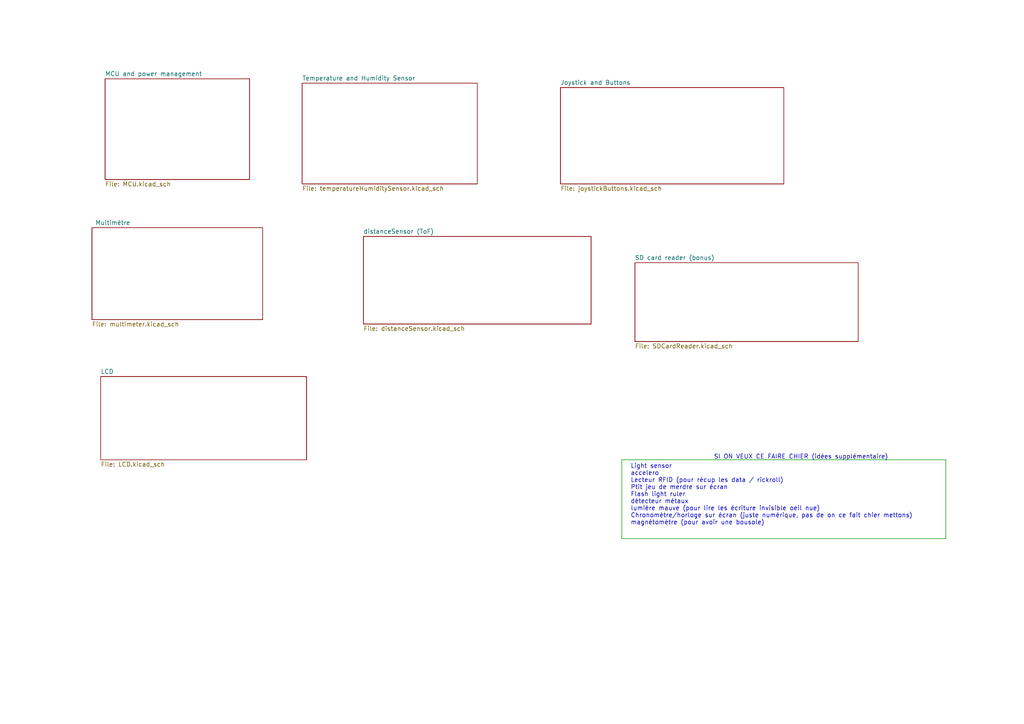
<source format=kicad_sch>
(kicad_sch (version 20211123) (generator eeschema)
  (paper "A4")
  (lib_symbols)
  (wire (pts (xy 274.32 133.35) (xy 180.34 133.35)))
  (wire (pts (xy 180.34 156.21) (xy 274.32 156.21)))
  (wire (pts (xy 180.34 133.35) (xy 180.34 156.21)))
  (wire (pts (xy 274.32 156.21) (xy 274.32 133.35)))
  (text "Light sensor\naccelero\nLecteur RFID (pour récup les data / rickroll)\nPtit jeu de merdre sur écran\nFlash light ruler\ndétecteur métaux\nlumière mauve (pour lire les écriture invisible oeil nue)\nChronomètre/horloge sur écran (juste numérique, pas de on ce fait chier mettons)\nmagnétomètre (pour avoir une bousole)" (at 182.88 152.4 0) (effects (font (size 1.27 1.27)) (justify left bottom)))
  (text "SI ON VEUX CE FAIRE CHIER (idées supplémentaire)" (at 207.01 133.35 0) (effects (font (size 1.27 1.27)) (justify left bottom)))
  (sheet (at 30.48 22.86) (size 41.91 29.21) (stroke (width 0.1524))
    (property "Sheet name" "MCU and power management" (at 30.48 22.1484 0) (effects (justify left bottom)))
    (property "Sheet file" "MCU.kicad_sch" (at 30.48 52.6546 0) (effects (justify left top)))
  )
  (sheet (at 29.21 109.22) (size 59.69 24.13) (stroke (width 0.1524))
    (property "Sheet name" "LCD" (at 29.21 108.5084 0) (effects (justify left bottom)))
    (property "Sheet file" "LCD.kicad_sch" (at 29.21 133.9346 0) (effects (justify left top)))
  )
  (sheet (at 87.63 24.13) (size 50.8 29.21) (stroke (width 0.1524))
    (property "Sheet name" "Temperature and Humidity Sensor" (at 87.63 23.4184 0) (effects (justify left bottom)))
    (property "Sheet file" "temperatureHumiditySensor.kicad_sch" (at 87.63 53.9246 0) (effects (justify left top)))
  )
  (sheet (at 105.41 68.58) (size 66.04 25.4) (stroke (width 0.1524))
    (property "Sheet name" "distanceSensor (ToF)" (at 105.41 67.8684 0) (effects (justify left bottom)))
    (property "Sheet file" "distanceSensor.kicad_sch" (at 105.41 94.5646 0) (effects (justify left top)))
  )
  (sheet (at 184.15 76.2) (size 64.77 22.86) (stroke (width 0.1524))
    (property "Sheet name" "SD card reader (bonus)" (at 184.15 75.4884 0) (effects (justify left bottom)))
    (property "Sheet file" "SDCardReader.kicad_sch" (at 184.15 99.6446 0) (effects (justify left top)))
  )
  (sheet (at 162.56 25.4) (size 64.77 27.94) (stroke (width 0.1524))
    (property "Sheet name" "Joystick and Buttons" (at 162.56 24.6884 0) (effects (justify left bottom)))
    (property "Sheet file" "joystickButtons.kicad_sch" (at 162.56 53.9246 0) (effects (justify left top)))
  )
  (sheet (at 26.67 66.04) (size 49.53 26.67) (stroke (width 0.1524))
    (property "Sheet name" " Multimètre" (at 26.67 65.3284 0) (effects (justify left bottom)))
    (property "Sheet file" "multimeter.kicad_sch" (at 26.67 93.2946 0) (effects (justify left top)))
  )
)
</source>
